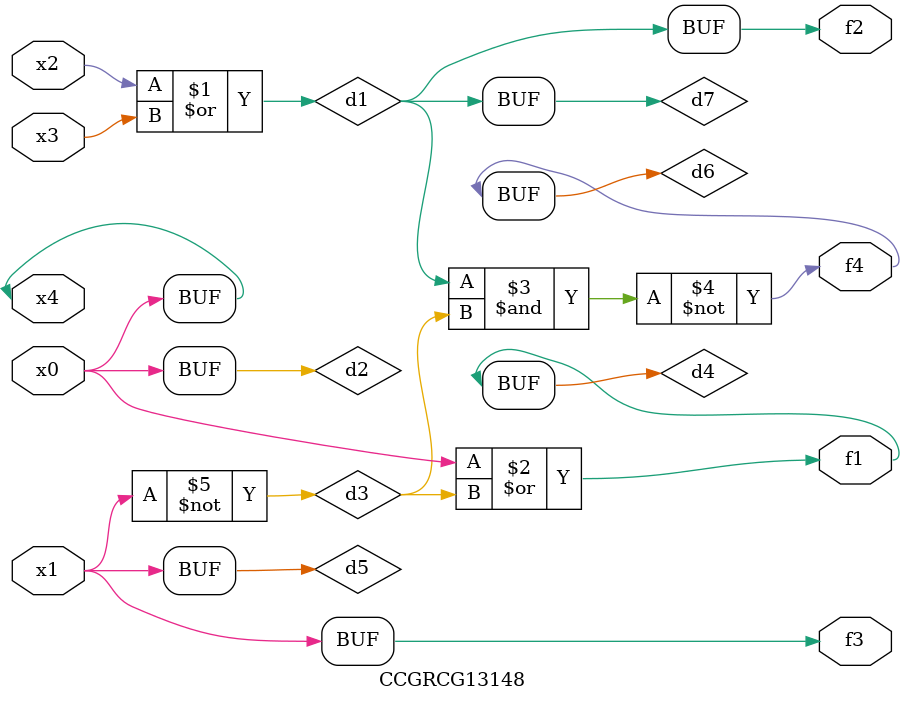
<source format=v>
module CCGRCG13148(
	input x0, x1, x2, x3, x4,
	output f1, f2, f3, f4
);

	wire d1, d2, d3, d4, d5, d6, d7;

	or (d1, x2, x3);
	buf (d2, x0, x4);
	not (d3, x1);
	or (d4, d2, d3);
	not (d5, d3);
	nand (d6, d1, d3);
	or (d7, d1);
	assign f1 = d4;
	assign f2 = d7;
	assign f3 = d5;
	assign f4 = d6;
endmodule

</source>
